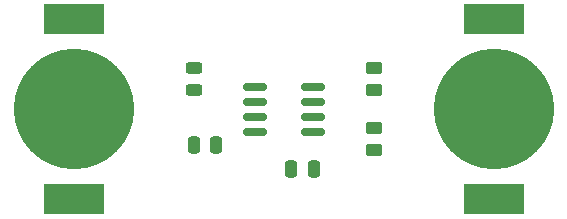
<source format=gbr>
%TF.GenerationSoftware,KiCad,Pcbnew,(6.0.7)*%
%TF.CreationDate,2022-09-19T01:01:14-07:00*%
%TF.ProjectId,Intro Project Alex Aarhus,496e7472-6f20-4507-926f-6a6563742041,rev?*%
%TF.SameCoordinates,Original*%
%TF.FileFunction,Soldermask,Top*%
%TF.FilePolarity,Negative*%
%FSLAX46Y46*%
G04 Gerber Fmt 4.6, Leading zero omitted, Abs format (unit mm)*
G04 Created by KiCad (PCBNEW (6.0.7)) date 2022-09-19 01:01:14*
%MOMM*%
%LPD*%
G01*
G04 APERTURE LIST*
G04 Aperture macros list*
%AMRoundRect*
0 Rectangle with rounded corners*
0 $1 Rounding radius*
0 $2 $3 $4 $5 $6 $7 $8 $9 X,Y pos of 4 corners*
0 Add a 4 corners polygon primitive as box body*
4,1,4,$2,$3,$4,$5,$6,$7,$8,$9,$2,$3,0*
0 Add four circle primitives for the rounded corners*
1,1,$1+$1,$2,$3*
1,1,$1+$1,$4,$5*
1,1,$1+$1,$6,$7*
1,1,$1+$1,$8,$9*
0 Add four rect primitives between the rounded corners*
20,1,$1+$1,$2,$3,$4,$5,0*
20,1,$1+$1,$4,$5,$6,$7,0*
20,1,$1+$1,$6,$7,$8,$9,0*
20,1,$1+$1,$8,$9,$2,$3,0*%
G04 Aperture macros list end*
%ADD10RoundRect,0.250000X-0.450000X0.262500X-0.450000X-0.262500X0.450000X-0.262500X0.450000X0.262500X0*%
%ADD11RoundRect,0.243750X0.456250X-0.243750X0.456250X0.243750X-0.456250X0.243750X-0.456250X-0.243750X0*%
%ADD12RoundRect,0.250000X0.250000X0.475000X-0.250000X0.475000X-0.250000X-0.475000X0.250000X-0.475000X0*%
%ADD13R,5.100000X2.500000*%
%ADD14C,10.200000*%
%ADD15RoundRect,0.250000X-0.250000X-0.475000X0.250000X-0.475000X0.250000X0.475000X-0.250000X0.475000X0*%
%ADD16RoundRect,0.150000X0.825000X0.150000X-0.825000X0.150000X-0.825000X-0.150000X0.825000X-0.150000X0*%
G04 APERTURE END LIST*
D10*
%TO.C,R2*%
X187960000Y-75287500D03*
X187960000Y-77112500D03*
%TD*%
D11*
%TO.C,D1*%
X172720000Y-72057500D03*
X172720000Y-70182500D03*
%TD*%
D12*
%TO.C,C1*%
X174620000Y-76708000D03*
X172720000Y-76708000D03*
%TD*%
D10*
%TO.C,R1*%
X187960000Y-70207500D03*
X187960000Y-72032500D03*
%TD*%
D13*
%TO.C,BT1*%
X198120000Y-66060000D03*
X198120000Y-81260000D03*
D14*
X198120000Y-73660000D03*
%TD*%
D15*
%TO.C,C2*%
X180980000Y-78740000D03*
X182880000Y-78740000D03*
%TD*%
D16*
%TO.C,U1*%
X182815000Y-75565000D03*
X182815000Y-74295000D03*
X182815000Y-73025000D03*
X182815000Y-71755000D03*
X177865000Y-71755000D03*
X177865000Y-73025000D03*
X177865000Y-74295000D03*
X177865000Y-75565000D03*
%TD*%
D13*
%TO.C,BT2*%
X162560000Y-81260000D03*
X162560000Y-66060000D03*
D14*
X162560000Y-73660000D03*
%TD*%
M02*

</source>
